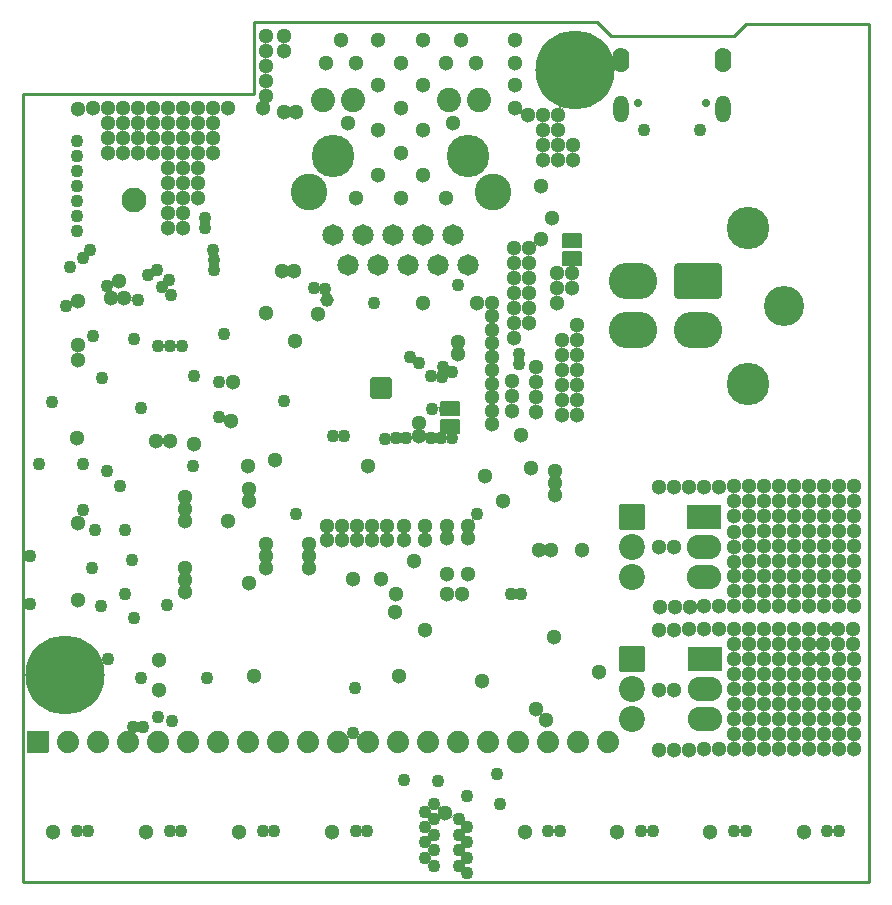
<source format=gbr>
%TF.GenerationSoftware,KiCad,Pcbnew,(6.0.8)*%
%TF.CreationDate,2023-02-19T19:21:06+03:00*%
%TF.ProjectId,ESP32-GATEWAY_Rev_G,45535033-322d-4474-9154-455741595f52,0*%
%TF.SameCoordinates,PX4260300PY8558f68*%
%TF.FileFunction,Soldermask,Bot*%
%TF.FilePolarity,Negative*%
%FSLAX46Y46*%
G04 Gerber Fmt 4.6, Leading zero omitted, Abs format (unit mm)*
G04 Created by KiCad (PCBNEW (6.0.8)) date 2023-02-19 19:21:06*
%MOMM*%
%LPD*%
G01*
G04 APERTURE LIST*
G04 Aperture macros list*
%AMRoundRect*
0 Rectangle with rounded corners*
0 $1 Rounding radius*
0 $2 $3 $4 $5 $6 $7 $8 $9 X,Y pos of 4 corners*
0 Add a 4 corners polygon primitive as box body*
4,1,4,$2,$3,$4,$5,$6,$7,$8,$9,$2,$3,0*
0 Add four circle primitives for the rounded corners*
1,1,$1+$1,$2,$3*
1,1,$1+$1,$4,$5*
1,1,$1+$1,$6,$7*
1,1,$1+$1,$8,$9*
0 Add four rect primitives between the rounded corners*
20,1,$1+$1,$2,$3,$4,$5,0*
20,1,$1+$1,$4,$5,$6,$7,0*
20,1,$1+$1,$6,$7,$8,$9,0*
20,1,$1+$1,$8,$9,$2,$3,0*%
G04 Aperture macros list end*
%TA.AperFunction,Profile*%
%ADD10C,0.254000*%
%TD*%
%ADD11C,1.600000*%
%ADD12C,6.700000*%
%ADD13C,2.101600*%
%ADD14RoundRect,0.200000X-0.711200X0.711200X-0.711200X-0.711200X0.711200X-0.711200X0.711200X0.711200X0*%
%ADD15C,3.600000*%
%ADD16C,1.810000*%
%ADD17C,2.050000*%
%ADD18C,3.100000*%
%ADD19RoundRect,0.050800X-0.889000X-0.889000X0.889000X-0.889000X0.889000X0.889000X-0.889000X0.889000X0*%
%ADD20C,1.879600*%
%ADD21RoundRect,0.200000X0.900000X-0.900000X0.900000X0.900000X-0.900000X0.900000X-0.900000X-0.900000X0*%
%ADD22C,2.200000*%
%ADD23RoundRect,0.200000X-1.250000X0.850000X-1.250000X-0.850000X1.250000X-0.850000X1.250000X0.850000X0*%
%ADD24O,2.900000X2.100000*%
%ADD25C,3.400000*%
%ADD26RoundRect,0.450001X-1.599999X1.099999X-1.599999X-1.099999X1.599999X-1.099999X1.599999X1.099999X0*%
%ADD27O,4.100000X3.100000*%
%ADD28C,0.701600*%
%ADD29O,1.301600X2.301600*%
%ADD30O,1.401600X2.101600*%
%ADD31RoundRect,0.050800X0.800100X-0.584200X0.800100X0.584200X-0.800100X0.584200X-0.800100X-0.584200X0*%
%ADD32C,1.300000*%
%ADD33C,1.100000*%
%ADD34C,1.150000*%
G04 APERTURE END LIST*
D10*
X48650000Y72773492D02*
X49770000Y71659000D01*
X48650000Y72773492D02*
X19554000Y72769000D01*
X-4000Y66673000D02*
X0Y0D01*
X61200000Y72675000D02*
X71675000Y72675000D01*
X19554000Y66673000D02*
X19554000Y72769000D01*
X60184000Y71659000D02*
X61200000Y72675000D01*
X49770000Y71659000D02*
X60184000Y71659000D01*
X71675000Y72675000D02*
X71675000Y0D01*
X-4000Y66673000D02*
X19554000Y66673000D01*
X0Y0D02*
X71675000Y0D01*
X48650000Y72773492D02*
X49770000Y71659000D01*
X48650000Y72773492D02*
X19554000Y72769000D01*
X-4000Y66673000D02*
X0Y0D01*
X61200000Y72675000D02*
X71675000Y72675000D01*
X19554000Y66673000D02*
X19554000Y72769000D01*
X60184000Y71659000D02*
X61200000Y72675000D01*
X49770000Y71659000D02*
X60184000Y71659000D01*
X71675000Y72675000D02*
X71675000Y0D01*
X-4000Y66673000D02*
X19554000Y66673000D01*
X0Y0D02*
X71675000Y0D01*
D11*
X5203000Y19175000D03*
X1901000Y15746000D03*
X5203000Y15873000D03*
X3552000Y15111000D03*
X1139000Y17524000D03*
X3552000Y19937000D03*
X5965000Y17524000D03*
X1901000Y19175000D03*
D12*
X3552000Y17524000D03*
D13*
X9410000Y57742000D03*
D14*
X30349000Y41781000D03*
D15*
X26285000Y61466000D03*
X37715000Y61466000D03*
D16*
X36455000Y54766000D03*
X35185000Y52226000D03*
X33915000Y54766000D03*
X32645000Y52226000D03*
X31375000Y54766000D03*
X30105000Y52226000D03*
X28835000Y54766000D03*
X27565000Y52226000D03*
D17*
X27930000Y66214500D03*
X38610000Y66214500D03*
D18*
X39800000Y58416000D03*
X24200000Y58416000D03*
D17*
X25390000Y66214500D03*
X36070000Y66214500D03*
D11*
X45081000Y70356000D03*
X45081000Y66927000D03*
X49145000Y68705000D03*
X48383000Y70356000D03*
X44319000Y68705000D03*
X48383000Y67054000D03*
X46732000Y71118000D03*
D12*
X46732000Y68705000D03*
D11*
X46732000Y66292000D03*
D19*
X1266000Y11809000D03*
D20*
X3806000Y11809000D03*
X6346000Y11809000D03*
X8886000Y11809000D03*
X11426000Y11809000D03*
X13966000Y11809000D03*
X16506000Y11809000D03*
X19046000Y11809000D03*
X21586000Y11809000D03*
X24126000Y11809000D03*
X26666000Y11809000D03*
X29206000Y11809000D03*
X31746000Y11809000D03*
X34286000Y11809000D03*
X36826000Y11809000D03*
X39366000Y11809000D03*
X41906000Y11809000D03*
X44446000Y11809000D03*
X46986000Y11809000D03*
X49526000Y11809000D03*
D16*
X26300000Y54775000D03*
D21*
X51610000Y30925000D03*
D22*
X51610000Y28385000D03*
X51610000Y25845000D03*
D21*
X51610000Y18850000D03*
D22*
X51610000Y16310000D03*
X51610000Y13770000D03*
D23*
X57725000Y18875000D03*
D24*
X57725000Y16335000D03*
X57725000Y13795000D03*
D23*
X57717500Y30935000D03*
D24*
X57717500Y28395000D03*
X57717500Y25855000D03*
D25*
X64465000Y48800000D03*
D26*
X57165000Y50900000D03*
D27*
X57165000Y46700000D03*
X51665000Y50900000D03*
X51665000Y46700000D03*
D28*
X57865000Y65920000D03*
X52085000Y65920000D03*
D29*
X59295000Y65420000D03*
D30*
X59295000Y69600000D03*
D29*
X50655000Y65420000D03*
D30*
X50655000Y69600000D03*
D16*
X37715000Y52225000D03*
D15*
X61365000Y42200000D03*
X61365000Y55400000D03*
D26*
X57165000Y50900000D03*
D27*
X57165000Y46700000D03*
X51665000Y50900000D03*
X51665000Y46700000D03*
D31*
X36135488Y38539500D03*
X36135488Y38539500D03*
X36135488Y40063500D03*
X46475000Y52763000D03*
X46475000Y52763000D03*
X46475000Y54287000D03*
D32*
X13760000Y26541000D03*
X13760000Y25525000D03*
X13760000Y24509000D03*
D33*
X35429000Y37590000D03*
X34540000Y37590000D03*
D32*
X39747000Y46734000D03*
X39747000Y47877000D03*
X39747000Y49020000D03*
X39747000Y42162000D03*
X39747000Y41019000D03*
X39747000Y39876000D03*
X39747000Y38733000D03*
X29587000Y30097000D03*
X32254000Y30097000D03*
X34032000Y30097000D03*
X35937000Y30097000D03*
X32254000Y28954000D03*
X30857000Y30097000D03*
X28317000Y30097000D03*
X29587000Y28954000D03*
X37715000Y30097000D03*
X25777000Y28954000D03*
X25777000Y30097000D03*
X27047000Y28954000D03*
X27047000Y30097000D03*
X45335000Y61085000D03*
X45335000Y62355000D03*
X45335000Y63625000D03*
X45335000Y64895000D03*
X38858000Y17016000D03*
X42795000Y64895000D03*
X44065000Y64895000D03*
X44065000Y63625000D03*
X44065000Y62355000D03*
X41652000Y65530000D03*
X41652000Y67435000D03*
X41652000Y69340000D03*
X41652000Y71245000D03*
X44050000Y61100000D03*
X46605000Y61085000D03*
X46605000Y62355000D03*
X37207000Y24382000D03*
X13585000Y61720000D03*
X20570000Y71626000D03*
X20570000Y70356000D03*
X20570000Y67816000D03*
X20570000Y69086000D03*
X20570000Y66546000D03*
X12442000Y37336000D03*
X11299000Y37336000D03*
X55150000Y28385000D03*
X13766000Y32622000D03*
X61490000Y30950000D03*
X60185000Y18845000D03*
X67805000Y17590000D03*
X65290000Y12515000D03*
X69090000Y11235000D03*
X69080000Y32220000D03*
X60205000Y16295000D03*
X4700000Y30350000D03*
X63985000Y20130000D03*
X12325000Y56625000D03*
X62760000Y12505000D03*
X65280000Y33500000D03*
X42895000Y48570000D03*
X8500000Y62945000D03*
X9770000Y62945000D03*
X5960000Y65485000D03*
X55185000Y23310000D03*
X60205000Y17565000D03*
X64005000Y15040000D03*
X64030000Y12505000D03*
X33524000Y37717000D03*
X14855000Y61720000D03*
X61455000Y21390000D03*
X24258000Y26561000D03*
X45650000Y44630000D03*
X43459261Y41080000D03*
X53915000Y23310000D03*
X13766000Y31606000D03*
X67830000Y29690000D03*
X8500000Y64215000D03*
X12305000Y65510000D03*
X45650000Y43360000D03*
X57655000Y21375000D03*
X39747000Y43305000D03*
X61490000Y29680000D03*
X20550000Y26550000D03*
X36826000Y44702000D03*
X69090000Y29680000D03*
X4568000Y37589848D03*
X61480000Y32220000D03*
X56400000Y21375000D03*
X27936000Y25652000D03*
D33*
X11426000Y45337000D03*
D32*
X69090000Y12505000D03*
X61490000Y13775000D03*
X12305000Y61700000D03*
X56430000Y11210000D03*
X35937000Y26033000D03*
X41450000Y41175000D03*
X64030000Y13775000D03*
X42895000Y51110000D03*
X62760000Y13775000D03*
X39747000Y44448000D03*
X13585000Y59165000D03*
D33*
X40174428Y9133880D03*
D32*
X31619000Y24382000D03*
X4695000Y45464000D03*
X17350000Y30575000D03*
X70355000Y33490000D03*
X69115000Y23335000D03*
X4695000Y49147000D03*
X61490000Y12505000D03*
X30349000Y25652000D03*
X56425000Y33475000D03*
X69090000Y28410000D03*
X66535000Y17590000D03*
X12305000Y62970000D03*
X43049000Y35050000D03*
X65290000Y13785000D03*
X69055000Y21390000D03*
X17776000Y42289000D03*
X67825000Y33510000D03*
X62735000Y16310000D03*
X42895000Y52375000D03*
X67855000Y24615000D03*
X35937000Y29081000D03*
X34032000Y28954000D03*
X64005000Y16310000D03*
X31492000Y22858000D03*
X70360000Y30950000D03*
X61465000Y16310000D03*
X16115000Y65500000D03*
X7230000Y65485000D03*
X65265000Y17590000D03*
X58220000Y4230000D03*
X13575000Y64240000D03*
X62755000Y32220000D03*
D33*
X12442010Y45337000D03*
D32*
X61515000Y25875000D03*
X61455000Y20120000D03*
X65315000Y23345000D03*
X70360000Y28410000D03*
X20550000Y28591000D03*
X60230000Y11220000D03*
X11035000Y61700000D03*
X4695000Y23874000D03*
X36826000Y45718000D03*
X58955000Y33475000D03*
X45650000Y42090000D03*
X39154589Y34345411D03*
X60230000Y28395000D03*
X64000000Y21400000D03*
X69055000Y20120000D03*
X65265000Y18860000D03*
X46920000Y40825000D03*
X14855000Y59165000D03*
X9765000Y65510000D03*
X66560000Y30960000D03*
X70385000Y24605000D03*
X70355000Y32220000D03*
X60230000Y27125000D03*
X46925000Y47165000D03*
D33*
X631000Y27557000D03*
D32*
X62755000Y33490000D03*
X64055000Y24605000D03*
X61515000Y24605000D03*
X67810000Y30970000D03*
X64030000Y28410000D03*
X64030000Y29680000D03*
X67810000Y32240000D03*
X14845000Y65500000D03*
X60210000Y30945000D03*
X10420000Y4215669D03*
X44700000Y28065000D03*
X8568500Y49401561D03*
X41625000Y53645000D03*
X25015000Y48067500D03*
X67830000Y11245000D03*
X66530000Y21400000D03*
X70330000Y21390000D03*
X70330000Y20120000D03*
X2560000Y4220000D03*
X24258000Y27577000D03*
X67855000Y23345000D03*
X63985000Y18860000D03*
X11035000Y62970000D03*
X55160000Y11210000D03*
X13575000Y65510000D03*
X70335000Y16310000D03*
X53890000Y11210000D03*
X57680000Y33475000D03*
X61515000Y23335000D03*
X42489227Y4220000D03*
X57690000Y11220000D03*
X11035000Y65510000D03*
X69065000Y18850000D03*
X66560000Y12515000D03*
X14855000Y60435000D03*
X66560000Y13785000D03*
X67785000Y18870000D03*
X13766000Y30590000D03*
X13585000Y55355000D03*
X65255000Y21400000D03*
X61490000Y27140000D03*
X13585000Y57895000D03*
X64030000Y27140000D03*
X62785000Y24605000D03*
X41450000Y39905000D03*
X13585000Y60435000D03*
X9765000Y64240000D03*
X23110000Y65149000D03*
X64025000Y33500000D03*
X69080000Y33490000D03*
X69090000Y27140000D03*
X57715000Y23320000D03*
X66535000Y16320000D03*
X66560000Y15055000D03*
X37715000Y29081000D03*
X55135000Y16285000D03*
X61465000Y18850000D03*
X8500000Y65485000D03*
X22957600Y51687000D03*
X65315000Y24615000D03*
X21332000Y35685000D03*
X61490000Y28410000D03*
X23070479Y45805479D03*
X35936992Y24382000D03*
X65290000Y29690000D03*
X70360000Y13775000D03*
X56455000Y23310000D03*
X62735000Y17580000D03*
X41625000Y52375000D03*
X62785000Y27145000D03*
X70335000Y17580000D03*
X17385000Y65500000D03*
X66585000Y25885000D03*
X66555000Y32230000D03*
X64005000Y17580000D03*
X22094000Y71626000D03*
X12325000Y55355000D03*
X60255000Y25860000D03*
X12315000Y60435000D03*
X60205000Y15025000D03*
X11035000Y64240000D03*
X12325000Y57895000D03*
X42895000Y47300000D03*
X34032000Y21334000D03*
D33*
X32761988Y44448000D03*
D32*
X43684000Y28065000D03*
X46920000Y44630000D03*
D33*
X33524000Y43940000D03*
D32*
X46470000Y51525000D03*
X62760000Y30950000D03*
X42895000Y53645000D03*
X62760000Y28410000D03*
X69090000Y30950000D03*
X12305000Y64240000D03*
X62785000Y23335000D03*
D33*
X631000Y23493000D03*
D32*
X16115000Y62975000D03*
X66530000Y20130000D03*
X45195000Y49010000D03*
X70360000Y12505000D03*
X42895000Y49840000D03*
X7489000Y49401000D03*
X20550000Y27575000D03*
X61480000Y33490000D03*
X41625000Y48570000D03*
X65255000Y20130000D03*
X43475000Y43575000D03*
X69115000Y25875000D03*
X61465000Y15040000D03*
X44812500Y56175000D03*
X50340000Y4230000D03*
X65280000Y32230000D03*
X43475000Y39825000D03*
X67830000Y12515000D03*
X62785000Y25875000D03*
X70360000Y29680000D03*
X21967000Y51687000D03*
X64030000Y11235000D03*
X29206000Y35177000D03*
X53880000Y28385000D03*
X60255000Y23320000D03*
X65290000Y11245000D03*
X60225000Y33485000D03*
X8500000Y61675000D03*
X46920000Y42090000D03*
X62760000Y11235000D03*
X67830000Y27150000D03*
X64010000Y30960000D03*
X70385000Y25875000D03*
X62760000Y15045000D03*
X33524000Y38860000D03*
X12325000Y59165000D03*
X16125000Y61705000D03*
X41625000Y51110000D03*
X66560000Y29690000D03*
X64010000Y32230000D03*
X65315000Y25885000D03*
X35774009Y5859842D03*
X65290000Y27150000D03*
X26170000Y4216721D03*
X24258000Y28593000D03*
X60230000Y29665000D03*
X37715000Y26098570D03*
X62730000Y21390000D03*
X14855000Y57895000D03*
X60200000Y21385000D03*
X14845000Y64250000D03*
X53880000Y33465000D03*
X67805000Y15050000D03*
X39747000Y45591000D03*
X69090000Y13775000D03*
X62760000Y29680000D03*
X60255000Y24590000D03*
X45200000Y51525000D03*
X62730000Y20120000D03*
X44940000Y20740000D03*
X67830000Y28420000D03*
X45650000Y39555000D03*
X69065000Y15040000D03*
X53855000Y21365000D03*
X58930000Y21375000D03*
X33143000Y27176000D03*
X69065000Y16310000D03*
X55130000Y21365000D03*
X70335000Y18850000D03*
X60230000Y13760000D03*
X55155000Y33465000D03*
X66555000Y33500000D03*
X60230000Y12490000D03*
X28317000Y28954000D03*
X41625000Y47300000D03*
X7230000Y61675000D03*
X20570000Y48131000D03*
X65290000Y28420000D03*
X41450000Y42445000D03*
X16115000Y64250000D03*
X70385000Y23335000D03*
X46920000Y45900000D03*
X61465000Y17580000D03*
X66585000Y24615000D03*
X66560000Y11245000D03*
X67830000Y13785000D03*
X67800000Y21410000D03*
X58960000Y11220000D03*
X69115000Y24605000D03*
X58985000Y23320000D03*
X66100000Y4230000D03*
X7230000Y64215000D03*
X60185000Y20115000D03*
X13585000Y56625000D03*
X45650000Y40825000D03*
X20323700Y65492519D03*
X14845000Y62975000D03*
X66585000Y27155000D03*
X70360000Y11235000D03*
X13575000Y62970000D03*
X67855000Y25885000D03*
X9765000Y61700000D03*
X7230000Y62945000D03*
X4680000Y65475000D03*
X46920000Y39555000D03*
X4695000Y44194000D03*
X61490000Y11235000D03*
X69065000Y17580000D03*
X64055000Y25875000D03*
X66535000Y18860000D03*
X22094000Y65149000D03*
X65265000Y16320000D03*
X67785000Y20140000D03*
X70360000Y15045000D03*
X66585000Y23345000D03*
X43459261Y42350000D03*
X67805000Y16320000D03*
X22094000Y70356000D03*
X62735000Y18850000D03*
X70385000Y27145000D03*
X18298234Y4212649D03*
X65290000Y30960000D03*
X41620000Y46035000D03*
X45650000Y45900000D03*
X64055000Y23335000D03*
X60210000Y32215000D03*
X45200000Y50275000D03*
X66560000Y28420000D03*
X46920000Y43360000D03*
X46470000Y50275000D03*
X30857000Y28954000D03*
D33*
X36318004Y37590000D03*
D32*
X65265000Y15050000D03*
X53865000Y16285000D03*
X41625000Y49840000D03*
X19173000Y25271000D03*
X14474000Y37082000D03*
D33*
X14474000Y42797000D03*
D32*
X40636000Y32256000D03*
X8180000Y50860000D03*
X19173000Y32256000D03*
X44300000Y13730000D03*
X19590000Y17440000D03*
X11545229Y18794000D03*
X19173000Y33272000D03*
X11540000Y16250000D03*
X43430000Y14603000D03*
D33*
X1373596Y35360000D03*
X7200000Y18910588D03*
X4550000Y62736000D03*
X36826000Y50544000D03*
X29714000Y49020000D03*
D32*
X33905000Y49020000D03*
X38477000Y49020000D03*
D34*
X25777000Y49274000D03*
D32*
X42159976Y37844020D03*
D33*
X57375000Y63700000D03*
D32*
X31870000Y17430000D03*
D33*
X52575000Y63700000D03*
X25559530Y50187798D03*
X24666301Y50321179D03*
X5107510Y31474918D03*
X5107510Y35406099D03*
X10029000Y40130000D03*
X12244828Y23431445D03*
X4550000Y57656000D03*
D32*
X45081000Y32764000D03*
X48775000Y17775000D03*
X45081000Y34796000D03*
X45081000Y33780000D03*
D33*
X12548555Y49657751D03*
X37630000Y7240000D03*
X32287950Y8614224D03*
X4550000Y60196000D03*
X10216058Y13140826D03*
X9313587Y13159216D03*
X4550000Y61466000D03*
X4550000Y56386000D03*
X35145630Y8547045D03*
D32*
X19046000Y35177000D03*
X17649000Y38987000D03*
D33*
X16633000Y39367980D03*
X16633000Y42289000D03*
X15620000Y17280000D03*
X10035100Y17276100D03*
X4550000Y58926000D03*
X27948670Y12640081D03*
X6746831Y42670000D03*
X2479143Y40610000D03*
X17014561Y46353561D03*
X28111100Y16449198D03*
X12401455Y50997029D03*
X11410000Y13987300D03*
X10600358Y51399500D03*
X13438190Y45337000D03*
X14452273Y35199848D03*
X7167885Y34790410D03*
X8249900Y33532100D03*
X9793926Y49269812D03*
X11397444Y51785274D03*
X12674333Y13641251D03*
X26284996Y37780500D03*
X5105254Y52853819D03*
X27174000Y37780500D03*
X5697844Y53500732D03*
X30692412Y37537485D03*
X4003187Y52061931D03*
X31566595Y37617220D03*
X16184289Y51771382D03*
X32443985Y37590000D03*
X7133800Y50463101D03*
X6154613Y29785387D03*
X8630900Y29790000D03*
X9394000Y45972000D03*
X9259800Y27241700D03*
X6600000Y23366000D03*
X9420000Y22310000D03*
X3622686Y48766000D03*
X5965000Y46226000D03*
X8630900Y24380000D03*
X5838000Y26540998D03*
X23110000Y31113000D03*
X38477000Y31113000D03*
X4550000Y55100000D03*
D32*
X43912500Y58900000D03*
D33*
X15427114Y55370000D03*
X35561367Y43637483D03*
X16150053Y52648526D03*
X34539439Y42796439D03*
X16116035Y53525679D03*
X35514546Y42711454D03*
X15418726Y56251734D03*
X36318000Y43178000D03*
X11808376Y50349872D03*
X22113803Y40711622D03*
X34090000Y5940000D03*
X4560000Y4290000D03*
X34790000Y5290000D03*
X5560000Y4290000D03*
X12430000Y4290000D03*
X34090000Y4640000D03*
X34790000Y3990000D03*
X13430000Y4290000D03*
X34090000Y3340000D03*
X20308234Y4290126D03*
X34790000Y2690000D03*
X21300000Y4290126D03*
X34090000Y2040000D03*
X28170000Y4286721D03*
X29170000Y4286721D03*
X34790000Y1390000D03*
X37600000Y740000D03*
X44490000Y4283893D03*
X36900000Y1390000D03*
X45490000Y4283893D03*
X52360000Y4284115D03*
X37600000Y2040000D03*
X53360000Y4284115D03*
X36900000Y2690000D03*
X37600000Y3340000D03*
X60230000Y4285112D03*
X61230000Y4285112D03*
X36900000Y3990000D03*
D32*
X33905000Y71245000D03*
X30095000Y71245000D03*
X28190000Y69340000D03*
X33905000Y67435000D03*
X33905000Y59815000D03*
X32000000Y69340000D03*
X30095000Y63625000D03*
X30095000Y67435000D03*
X32000000Y61720000D03*
X28190000Y57910000D03*
X35810000Y57910000D03*
X38350000Y69340000D03*
X32000000Y65530000D03*
X25650000Y69340000D03*
X36445000Y64260000D03*
X35810000Y69340000D03*
X32000000Y57910000D03*
X33905000Y63625000D03*
X27555000Y64260000D03*
X30095000Y59815000D03*
X26920000Y71245000D03*
X37080000Y71245000D03*
D33*
X34675000Y40000000D03*
X68110000Y4285000D03*
X37600000Y4640000D03*
X36900000Y5290000D03*
X69110000Y4285000D03*
X41993816Y44702000D03*
X42222957Y24410185D03*
X42032439Y43812439D03*
X41345655Y24408867D03*
D32*
X43912500Y54450000D03*
X47370700Y28090000D03*
D33*
X40366816Y6579635D03*
X34800000Y6590000D03*
G36*
X36402868Y5691434D02*
G01*
X36403274Y5689918D01*
X36403086Y5688596D01*
X36412298Y5652718D01*
X36443810Y5634082D01*
X36479547Y5643258D01*
X36486566Y5650202D01*
X36488501Y5650709D01*
X36489908Y5649287D01*
X36489560Y5647562D01*
X36425432Y5563990D01*
X36370690Y5431828D01*
X36369150Y5420134D01*
X36367932Y5418547D01*
X36365949Y5418808D01*
X36365235Y5419877D01*
X36355834Y5454961D01*
X36324129Y5473267D01*
X36288499Y5463720D01*
X36280439Y5455403D01*
X36278516Y5454855D01*
X36277079Y5456247D01*
X36277379Y5457962D01*
X36341842Y5547671D01*
X36399438Y5690946D01*
X36401012Y5692180D01*
X36402868Y5691434D01*
G37*
G36*
X35332215Y6447345D02*
G01*
X35332611Y6445866D01*
X35332498Y6445007D01*
X35342085Y6409227D01*
X35373758Y6390941D01*
X35401361Y6399274D01*
X35403308Y6398817D01*
X35403716Y6398276D01*
X35404343Y6397062D01*
X35406597Y6398225D01*
X35408595Y6398131D01*
X35409512Y6396354D01*
X35408829Y6394941D01*
X35292461Y6293428D01*
X35202937Y6166048D01*
X35163006Y6063630D01*
X35161446Y6062380D01*
X35159582Y6063107D01*
X35159143Y6064315D01*
X35158378Y6100800D01*
X35131955Y6126140D01*
X35095048Y6125366D01*
X35088227Y6121332D01*
X35086227Y6121312D01*
X35085209Y6123033D01*
X35085991Y6124641D01*
X35187482Y6202518D01*
X35274568Y6316010D01*
X35328780Y6446892D01*
X35330367Y6448110D01*
X35332215Y6447345D01*
G37*
G36*
X28486529Y12540199D02*
G01*
X28487243Y12539130D01*
X28496644Y12504046D01*
X28528338Y12485747D01*
X28564493Y12495876D01*
X28566431Y12495380D01*
X28566971Y12493454D01*
X28566519Y12492612D01*
X28447314Y12360220D01*
X28349287Y12190433D01*
X28299155Y12036142D01*
X28297669Y12034804D01*
X28295767Y12035422D01*
X28295347Y12037365D01*
X28324282Y12128577D01*
X28321119Y12165485D01*
X28293116Y12189066D01*
X28256301Y12185911D01*
X28253385Y12184057D01*
X28251387Y12183972D01*
X28250314Y12185660D01*
X28251094Y12187332D01*
X28336152Y12252599D01*
X28423238Y12366091D01*
X28477980Y12498253D01*
X28483328Y12538873D01*
X28484546Y12540460D01*
X28486529Y12540199D01*
G37*
G36*
X27416727Y12515254D02*
G01*
X27417270Y12514127D01*
X27419360Y12498253D01*
X27474102Y12366091D01*
X27561188Y12252599D01*
X27617143Y12209663D01*
X27617908Y12207815D01*
X27616690Y12206228D01*
X27615407Y12206144D01*
X27580325Y12215544D01*
X27548620Y12197239D01*
X27539055Y12161541D01*
X27540641Y12154174D01*
X27566116Y12069794D01*
X27565659Y12067847D01*
X27563744Y12067269D01*
X27562299Y12068598D01*
X27522713Y12190433D01*
X27424686Y12360220D01*
X27311230Y12486227D01*
X27310814Y12488183D01*
X27312300Y12489521D01*
X27313991Y12489106D01*
X27335108Y12471636D01*
X27370512Y12460745D01*
X27402849Y12477865D01*
X27413365Y12514419D01*
X27414805Y12515807D01*
X27416727Y12515254D01*
G37*
G36*
X6661655Y18990367D02*
G01*
X6662292Y18988627D01*
X6652017Y18910588D01*
X6670690Y18768760D01*
X6725432Y18636598D01*
X6812518Y18523106D01*
X6847656Y18496143D01*
X6848421Y18494295D01*
X6847203Y18492708D01*
X6845920Y18492624D01*
X6810837Y18502025D01*
X6779132Y18483719D01*
X6769564Y18448011D01*
X6770650Y18442671D01*
X6770015Y18440774D01*
X6768055Y18440375D01*
X6766763Y18441738D01*
X6725126Y18591876D01*
X6591240Y18928317D01*
X6566016Y18975956D01*
X6566090Y18977955D01*
X6567857Y18978891D01*
X6569059Y18978433D01*
X6597761Y18954688D01*
X6634209Y18958134D01*
X6657765Y18986607D01*
X6658355Y18989314D01*
X6659701Y18990793D01*
X6661655Y18990367D01*
G37*
G36*
X38074726Y30744795D02*
G01*
X38089516Y30725519D01*
X38203010Y30638432D01*
X38243462Y30621677D01*
X38244680Y30620090D01*
X38243915Y30618242D01*
X38242697Y30617829D01*
X38206374Y30617829D01*
X38180487Y30591942D01*
X38180487Y30555140D01*
X38192109Y30538786D01*
X38192297Y30536794D01*
X38190667Y30535636D01*
X38189149Y30536134D01*
X38084818Y30629090D01*
X38008969Y30669250D01*
X38007906Y30670945D01*
X38008842Y30672712D01*
X38010093Y30673009D01*
X38046424Y30669575D01*
X38074634Y30692912D01*
X38078102Y30729602D01*
X38071362Y30742661D01*
X38071456Y30744659D01*
X38073233Y30745576D01*
X38074726Y30744795D01*
G37*
G36*
X4727017Y31082073D02*
G01*
X4833520Y31000350D01*
X4965682Y30945608D01*
X5107510Y30926935D01*
X5141558Y30931418D01*
X5143406Y30930653D01*
X5143667Y30928670D01*
X5142819Y30927703D01*
X5111363Y30909542D01*
X5101877Y30874138D01*
X5117333Y30844945D01*
X5117259Y30842946D01*
X5115492Y30842010D01*
X5114235Y30842516D01*
X5069818Y30882090D01*
X4932216Y30954946D01*
X4781214Y30992876D01*
X4691236Y30993347D01*
X4689509Y30994356D01*
X4689519Y30996356D01*
X4690490Y30997199D01*
X4724279Y31010988D01*
X4738466Y31044737D01*
X4724497Y31078968D01*
X4724476Y31078986D01*
X4724414Y31079171D01*
X4724320Y31079401D01*
X4724335Y31079407D01*
X4723839Y31080882D01*
X4725162Y31082382D01*
X4727017Y31082073D01*
G37*
G36*
X35285907Y40204995D02*
G01*
X35286588Y40203491D01*
X35286588Y39796511D01*
X35285588Y39794779D01*
X35283588Y39794779D01*
X35282740Y39795746D01*
X35268414Y39830333D01*
X35234590Y39844343D01*
X35200561Y39830248D01*
X35191276Y39816352D01*
X35189482Y39815467D01*
X35187819Y39816578D01*
X35187765Y39818228D01*
X35204310Y39858172D01*
X35222983Y40000000D01*
X35204310Y40141828D01*
X35187339Y40182801D01*
X35187600Y40184784D01*
X35189448Y40185549D01*
X35190601Y40184980D01*
X35216283Y40159298D01*
X35252895Y40159298D01*
X35278938Y40185341D01*
X35282626Y40203881D01*
X35283945Y40205385D01*
X35285907Y40204995D01*
G37*
G36*
X9206626Y49515060D02*
G01*
X9224541Y49483267D01*
X9259803Y49473422D01*
X9291948Y49491535D01*
X9296932Y49500064D01*
X9298669Y49501055D01*
X9300396Y49500046D01*
X9300507Y49498290D01*
X9264616Y49411640D01*
X9245943Y49269812D01*
X9262337Y49145289D01*
X9261572Y49143441D01*
X9259589Y49143180D01*
X9258622Y49144028D01*
X9240460Y49175485D01*
X9205097Y49184961D01*
X9173143Y49166512D01*
X9168008Y49157510D01*
X9166281Y49156501D01*
X9164544Y49157492D01*
X9164415Y49159247D01*
X9194406Y49233852D01*
X9216358Y49388099D01*
X9216499Y49401448D01*
X9202898Y49513838D01*
X9203683Y49515677D01*
X9205669Y49515918D01*
X9206626Y49515060D01*
G37*
G36*
X58764028Y49351001D02*
G01*
X58764028Y49349001D01*
X58762517Y49348013D01*
X58762508Y49348012D01*
X58762287Y49348000D01*
X55567713Y49348000D01*
X55565981Y49349000D01*
X55565981Y49351000D01*
X55567713Y49352000D01*
X58762296Y49352001D01*
X58764028Y49351001D01*
G37*
G36*
X58764019Y52451000D02*
G01*
X58764019Y52449000D01*
X58762287Y52448000D01*
X55567704Y52447999D01*
X55565972Y52448999D01*
X55565972Y52450999D01*
X55567483Y52451987D01*
X55567492Y52451988D01*
X55567713Y52452000D01*
X58762287Y52452000D01*
X58764019Y52451000D01*
G37*
G36*
X43295676Y54262555D02*
G01*
X43296438Y54261582D01*
X43335141Y54155820D01*
X43421978Y54026593D01*
X43537133Y53921810D01*
X43584102Y53896308D01*
X43585147Y53894602D01*
X43584193Y53892845D01*
X43582939Y53892561D01*
X43546646Y53896375D01*
X43518227Y53873363D01*
X43515514Y53833568D01*
X43514399Y53831908D01*
X43512404Y53832044D01*
X43511648Y53832997D01*
X43469246Y53945209D01*
X43381060Y54073522D01*
X43264818Y54177090D01*
X43224276Y54198556D01*
X43223213Y54200251D01*
X43224149Y54202018D01*
X43225400Y54202315D01*
X43261731Y54198880D01*
X43289916Y54222198D01*
X43292565Y54261031D01*
X43293680Y54262691D01*
X43295676Y54262555D01*
G37*
G36*
X10006326Y63640183D02*
G01*
X10007225Y63638396D01*
X10006742Y63637204D01*
X9982897Y63609578D01*
X9985584Y63572970D01*
X10005513Y63552620D01*
X10006010Y63550683D01*
X10004581Y63549284D01*
X10003148Y63549453D01*
X10002216Y63549946D01*
X9851214Y63587876D01*
X9695524Y63588691D01*
X9544128Y63552344D01*
X9529607Y63544849D01*
X9527610Y63544943D01*
X9526692Y63546720D01*
X9527162Y63547917D01*
X9550717Y63575790D01*
X9547644Y63612380D01*
X9527786Y63632659D01*
X9526233Y63633503D01*
X9525189Y63635208D01*
X9526143Y63636965D01*
X9527696Y63637195D01*
X9677060Y63598010D01*
X9832732Y63595565D01*
X9984498Y63630324D01*
X10004329Y63640298D01*
X10006326Y63640183D01*
G37*
G36*
X42290045Y65426294D02*
G01*
X42290748Y65425217D01*
X42299824Y65389869D01*
X42331298Y65371256D01*
X42369544Y65382586D01*
X42371489Y65382119D01*
X42372057Y65380201D01*
X42371427Y65379161D01*
X42313452Y65328586D01*
X42223928Y65201206D01*
X42167373Y65056148D01*
X42160020Y65000301D01*
X42158802Y64998714D01*
X42156819Y64998975D01*
X42156105Y65000044D01*
X42146660Y65035294D01*
X42114982Y65053584D01*
X42077661Y65042530D01*
X42075716Y65042997D01*
X42075148Y65044915D01*
X42075794Y65045969D01*
X42128981Y65091396D01*
X42219833Y65217829D01*
X42277906Y65362291D01*
X42286831Y65425002D01*
X42288065Y65426576D01*
X42290045Y65426294D01*
G37*
G36*
X45401471Y65636554D02*
G01*
X45477817Y65600792D01*
X45772626Y65499856D01*
X45773941Y65498349D01*
X45773293Y65496457D01*
X45772104Y65495968D01*
X45734927Y65493629D01*
X45710716Y65466167D01*
X45713029Y65429404D01*
X45723166Y65416049D01*
X45723417Y65414065D01*
X45721824Y65412856D01*
X45720243Y65413347D01*
X45704818Y65427090D01*
X45567216Y65499946D01*
X45416214Y65537876D01*
X45379674Y65538067D01*
X45377947Y65539076D01*
X45377957Y65541076D01*
X45378928Y65541919D01*
X45412716Y65555708D01*
X45426903Y65589457D01*
X45412978Y65623580D01*
X45399470Y65633109D01*
X45398631Y65634924D01*
X45399784Y65636559D01*
X45401471Y65636554D01*
G37*
G36*
X49955529Y69917130D02*
G01*
X49956200Y69915636D01*
X49956200Y69603403D01*
X49955200Y69601671D01*
X49953200Y69601671D01*
X49952273Y69602869D01*
X49905126Y69772876D01*
X49856020Y69896273D01*
X49856308Y69898252D01*
X49858167Y69898991D01*
X49859312Y69898406D01*
X49885280Y69871703D01*
X49921888Y69871192D01*
X49948287Y69896864D01*
X49952241Y69916040D01*
X49953570Y69917534D01*
X49955529Y69917130D01*
G37*
M02*

</source>
